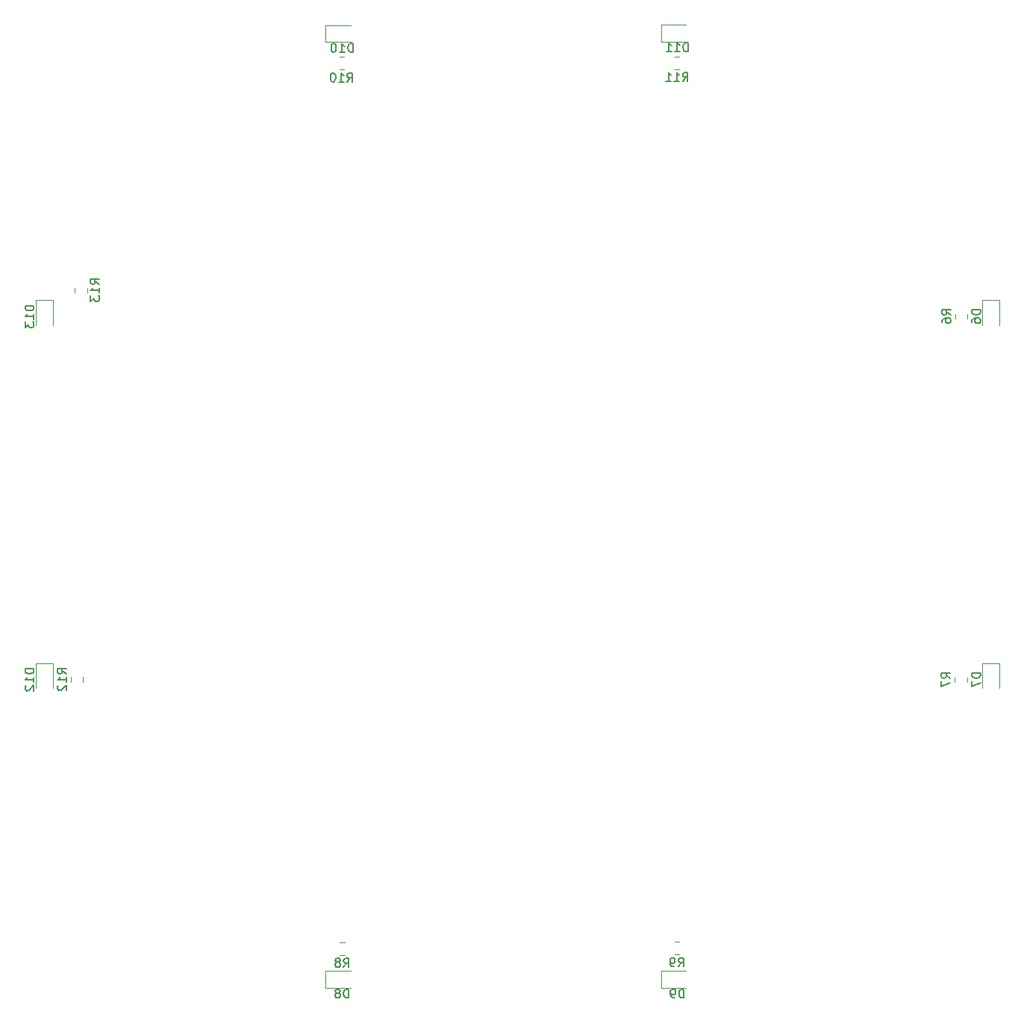
<source format=gbr>
%TF.GenerationSoftware,KiCad,Pcbnew,(5.1.6)-1*%
%TF.CreationDate,2024-05-27T20:35:23-04:00*%
%TF.ProjectId,watercooled-pi-120mm,77617465-7263-46f6-9f6c-65642d70692d,rev?*%
%TF.SameCoordinates,Original*%
%TF.FileFunction,Legend,Bot*%
%TF.FilePolarity,Positive*%
%FSLAX46Y46*%
G04 Gerber Fmt 4.6, Leading zero omitted, Abs format (unit mm)*
G04 Created by KiCad (PCBNEW (5.1.6)-1) date 2024-05-27 20:35:23*
%MOMM*%
%LPD*%
G01*
G04 APERTURE LIST*
%ADD10C,0.120000*%
%ADD11C,0.150000*%
G04 APERTURE END LIST*
D10*
%TO.C,D6*%
X209367000Y-72498500D02*
X209367000Y-75358500D01*
X207447000Y-72498500D02*
X209367000Y-72498500D01*
X207447000Y-75358500D02*
X207447000Y-72498500D01*
%TO.C,D7*%
X207447000Y-116570000D02*
X207447000Y-113710000D01*
X207447000Y-113710000D02*
X209367000Y-113710000D01*
X209367000Y-113710000D02*
X209367000Y-116570000D01*
%TO.C,D8*%
X135801500Y-150566000D02*
X132941500Y-150566000D01*
X132941500Y-150566000D02*
X132941500Y-148646000D01*
X132941500Y-148646000D02*
X135801500Y-148646000D01*
%TO.C,D9*%
X170978000Y-148646000D02*
X173838000Y-148646000D01*
X170978000Y-150566000D02*
X170978000Y-148646000D01*
X173838000Y-150566000D02*
X170978000Y-150566000D01*
%TO.C,D10*%
X135801500Y-43251000D02*
X132941500Y-43251000D01*
X132941500Y-43251000D02*
X132941500Y-41331000D01*
X132941500Y-41331000D02*
X135801500Y-41331000D01*
%TO.C,D11*%
X170978000Y-41267500D02*
X173838000Y-41267500D01*
X170978000Y-43187500D02*
X170978000Y-41267500D01*
X173838000Y-43187500D02*
X170978000Y-43187500D01*
%TO.C,D12*%
X100068500Y-116570000D02*
X100068500Y-113710000D01*
X100068500Y-113710000D02*
X101988500Y-113710000D01*
X101988500Y-113710000D02*
X101988500Y-116570000D01*
%TO.C,D13*%
X101988500Y-72498500D02*
X101988500Y-75358500D01*
X100068500Y-72498500D02*
X101988500Y-72498500D01*
X100068500Y-75358500D02*
X100068500Y-72498500D01*
%TO.C,R6*%
X204331500Y-74088248D02*
X204331500Y-74610752D01*
X205751500Y-74088248D02*
X205751500Y-74610752D01*
%TO.C,R7*%
X205688000Y-115308748D02*
X205688000Y-115831252D01*
X204268000Y-115308748D02*
X204268000Y-115831252D01*
%TO.C,R8*%
X134540248Y-146823500D02*
X135062752Y-146823500D01*
X134540248Y-145403500D02*
X135062752Y-145403500D01*
%TO.C,R9*%
X172522248Y-145340000D02*
X173044752Y-145340000D01*
X172522248Y-146760000D02*
X173044752Y-146760000D01*
%TO.C,R10*%
X134476748Y-46366500D02*
X134999252Y-46366500D01*
X134476748Y-44946500D02*
X134999252Y-44946500D01*
%TO.C,R11*%
X172531248Y-44883000D02*
X173053752Y-44883000D01*
X172531248Y-46303000D02*
X173053752Y-46303000D01*
%TO.C,R12*%
X104001500Y-115299748D02*
X104001500Y-115822252D01*
X105421500Y-115299748D02*
X105421500Y-115822252D01*
%TO.C,R13*%
X104446000Y-71635252D02*
X104446000Y-71112748D01*
X105866000Y-71635252D02*
X105866000Y-71112748D01*
%TO.C,D6*%
D11*
X207209380Y-73620404D02*
X206209380Y-73620404D01*
X206209380Y-73858500D01*
X206257000Y-74001357D01*
X206352238Y-74096595D01*
X206447476Y-74144214D01*
X206637952Y-74191833D01*
X206780809Y-74191833D01*
X206971285Y-74144214D01*
X207066523Y-74096595D01*
X207161761Y-74001357D01*
X207209380Y-73858500D01*
X207209380Y-73620404D01*
X206209380Y-75048976D02*
X206209380Y-74858500D01*
X206257000Y-74763261D01*
X206304619Y-74715642D01*
X206447476Y-74620404D01*
X206637952Y-74572785D01*
X207018904Y-74572785D01*
X207114142Y-74620404D01*
X207161761Y-74668023D01*
X207209380Y-74763261D01*
X207209380Y-74953738D01*
X207161761Y-75048976D01*
X207114142Y-75096595D01*
X207018904Y-75144214D01*
X206780809Y-75144214D01*
X206685571Y-75096595D01*
X206637952Y-75048976D01*
X206590333Y-74953738D01*
X206590333Y-74763261D01*
X206637952Y-74668023D01*
X206685571Y-74620404D01*
X206780809Y-74572785D01*
%TO.C,D7*%
X207209380Y-114831904D02*
X206209380Y-114831904D01*
X206209380Y-115070000D01*
X206257000Y-115212857D01*
X206352238Y-115308095D01*
X206447476Y-115355714D01*
X206637952Y-115403333D01*
X206780809Y-115403333D01*
X206971285Y-115355714D01*
X207066523Y-115308095D01*
X207161761Y-115212857D01*
X207209380Y-115070000D01*
X207209380Y-114831904D01*
X206209380Y-115736666D02*
X206209380Y-116403333D01*
X207209380Y-115974761D01*
%TO.C,D8*%
X135539595Y-151708380D02*
X135539595Y-150708380D01*
X135301500Y-150708380D01*
X135158642Y-150756000D01*
X135063404Y-150851238D01*
X135015785Y-150946476D01*
X134968166Y-151136952D01*
X134968166Y-151279809D01*
X135015785Y-151470285D01*
X135063404Y-151565523D01*
X135158642Y-151660761D01*
X135301500Y-151708380D01*
X135539595Y-151708380D01*
X134396738Y-151136952D02*
X134491976Y-151089333D01*
X134539595Y-151041714D01*
X134587214Y-150946476D01*
X134587214Y-150898857D01*
X134539595Y-150803619D01*
X134491976Y-150756000D01*
X134396738Y-150708380D01*
X134206261Y-150708380D01*
X134111023Y-150756000D01*
X134063404Y-150803619D01*
X134015785Y-150898857D01*
X134015785Y-150946476D01*
X134063404Y-151041714D01*
X134111023Y-151089333D01*
X134206261Y-151136952D01*
X134396738Y-151136952D01*
X134491976Y-151184571D01*
X134539595Y-151232190D01*
X134587214Y-151327428D01*
X134587214Y-151517904D01*
X134539595Y-151613142D01*
X134491976Y-151660761D01*
X134396738Y-151708380D01*
X134206261Y-151708380D01*
X134111023Y-151660761D01*
X134063404Y-151613142D01*
X134015785Y-151517904D01*
X134015785Y-151327428D01*
X134063404Y-151232190D01*
X134111023Y-151184571D01*
X134206261Y-151136952D01*
%TO.C,D9*%
X173576095Y-151708380D02*
X173576095Y-150708380D01*
X173338000Y-150708380D01*
X173195142Y-150756000D01*
X173099904Y-150851238D01*
X173052285Y-150946476D01*
X173004666Y-151136952D01*
X173004666Y-151279809D01*
X173052285Y-151470285D01*
X173099904Y-151565523D01*
X173195142Y-151660761D01*
X173338000Y-151708380D01*
X173576095Y-151708380D01*
X172528476Y-151708380D02*
X172338000Y-151708380D01*
X172242761Y-151660761D01*
X172195142Y-151613142D01*
X172099904Y-151470285D01*
X172052285Y-151279809D01*
X172052285Y-150898857D01*
X172099904Y-150803619D01*
X172147523Y-150756000D01*
X172242761Y-150708380D01*
X172433238Y-150708380D01*
X172528476Y-150756000D01*
X172576095Y-150803619D01*
X172623714Y-150898857D01*
X172623714Y-151136952D01*
X172576095Y-151232190D01*
X172528476Y-151279809D01*
X172433238Y-151327428D01*
X172242761Y-151327428D01*
X172147523Y-151279809D01*
X172099904Y-151232190D01*
X172052285Y-151136952D01*
%TO.C,D10*%
X136015785Y-44393380D02*
X136015785Y-43393380D01*
X135777690Y-43393380D01*
X135634833Y-43441000D01*
X135539595Y-43536238D01*
X135491976Y-43631476D01*
X135444357Y-43821952D01*
X135444357Y-43964809D01*
X135491976Y-44155285D01*
X135539595Y-44250523D01*
X135634833Y-44345761D01*
X135777690Y-44393380D01*
X136015785Y-44393380D01*
X134491976Y-44393380D02*
X135063404Y-44393380D01*
X134777690Y-44393380D02*
X134777690Y-43393380D01*
X134872928Y-43536238D01*
X134968166Y-43631476D01*
X135063404Y-43679095D01*
X133872928Y-43393380D02*
X133777690Y-43393380D01*
X133682452Y-43441000D01*
X133634833Y-43488619D01*
X133587214Y-43583857D01*
X133539595Y-43774333D01*
X133539595Y-44012428D01*
X133587214Y-44202904D01*
X133634833Y-44298142D01*
X133682452Y-44345761D01*
X133777690Y-44393380D01*
X133872928Y-44393380D01*
X133968166Y-44345761D01*
X134015785Y-44298142D01*
X134063404Y-44202904D01*
X134111023Y-44012428D01*
X134111023Y-43774333D01*
X134063404Y-43583857D01*
X134015785Y-43488619D01*
X133968166Y-43441000D01*
X133872928Y-43393380D01*
%TO.C,D11*%
X174052285Y-44329880D02*
X174052285Y-43329880D01*
X173814190Y-43329880D01*
X173671333Y-43377500D01*
X173576095Y-43472738D01*
X173528476Y-43567976D01*
X173480857Y-43758452D01*
X173480857Y-43901309D01*
X173528476Y-44091785D01*
X173576095Y-44187023D01*
X173671333Y-44282261D01*
X173814190Y-44329880D01*
X174052285Y-44329880D01*
X172528476Y-44329880D02*
X173099904Y-44329880D01*
X172814190Y-44329880D02*
X172814190Y-43329880D01*
X172909428Y-43472738D01*
X173004666Y-43567976D01*
X173099904Y-43615595D01*
X171576095Y-44329880D02*
X172147523Y-44329880D01*
X171861809Y-44329880D02*
X171861809Y-43329880D01*
X171957047Y-43472738D01*
X172052285Y-43567976D01*
X172147523Y-43615595D01*
%TO.C,D12*%
X99830880Y-114355714D02*
X98830880Y-114355714D01*
X98830880Y-114593809D01*
X98878500Y-114736666D01*
X98973738Y-114831904D01*
X99068976Y-114879523D01*
X99259452Y-114927142D01*
X99402309Y-114927142D01*
X99592785Y-114879523D01*
X99688023Y-114831904D01*
X99783261Y-114736666D01*
X99830880Y-114593809D01*
X99830880Y-114355714D01*
X99830880Y-115879523D02*
X99830880Y-115308095D01*
X99830880Y-115593809D02*
X98830880Y-115593809D01*
X98973738Y-115498571D01*
X99068976Y-115403333D01*
X99116595Y-115308095D01*
X98926119Y-116260476D02*
X98878500Y-116308095D01*
X98830880Y-116403333D01*
X98830880Y-116641428D01*
X98878500Y-116736666D01*
X98926119Y-116784285D01*
X99021357Y-116831904D01*
X99116595Y-116831904D01*
X99259452Y-116784285D01*
X99830880Y-116212857D01*
X99830880Y-116831904D01*
%TO.C,D13*%
X99830880Y-73144214D02*
X98830880Y-73144214D01*
X98830880Y-73382309D01*
X98878500Y-73525166D01*
X98973738Y-73620404D01*
X99068976Y-73668023D01*
X99259452Y-73715642D01*
X99402309Y-73715642D01*
X99592785Y-73668023D01*
X99688023Y-73620404D01*
X99783261Y-73525166D01*
X99830880Y-73382309D01*
X99830880Y-73144214D01*
X99830880Y-74668023D02*
X99830880Y-74096595D01*
X99830880Y-74382309D02*
X98830880Y-74382309D01*
X98973738Y-74287071D01*
X99068976Y-74191833D01*
X99116595Y-74096595D01*
X98830880Y-75001357D02*
X98830880Y-75620404D01*
X99211833Y-75287071D01*
X99211833Y-75429928D01*
X99259452Y-75525166D01*
X99307071Y-75572785D01*
X99402309Y-75620404D01*
X99640404Y-75620404D01*
X99735642Y-75572785D01*
X99783261Y-75525166D01*
X99830880Y-75429928D01*
X99830880Y-75144214D01*
X99783261Y-75048976D01*
X99735642Y-75001357D01*
%TO.C,R6*%
X203843880Y-74182833D02*
X203367690Y-73849500D01*
X203843880Y-73611404D02*
X202843880Y-73611404D01*
X202843880Y-73992357D01*
X202891500Y-74087595D01*
X202939119Y-74135214D01*
X203034357Y-74182833D01*
X203177214Y-74182833D01*
X203272452Y-74135214D01*
X203320071Y-74087595D01*
X203367690Y-73992357D01*
X203367690Y-73611404D01*
X202843880Y-75039976D02*
X202843880Y-74849500D01*
X202891500Y-74754261D01*
X202939119Y-74706642D01*
X203081976Y-74611404D01*
X203272452Y-74563785D01*
X203653404Y-74563785D01*
X203748642Y-74611404D01*
X203796261Y-74659023D01*
X203843880Y-74754261D01*
X203843880Y-74944738D01*
X203796261Y-75039976D01*
X203748642Y-75087595D01*
X203653404Y-75135214D01*
X203415309Y-75135214D01*
X203320071Y-75087595D01*
X203272452Y-75039976D01*
X203224833Y-74944738D01*
X203224833Y-74754261D01*
X203272452Y-74659023D01*
X203320071Y-74611404D01*
X203415309Y-74563785D01*
%TO.C,R7*%
X203780380Y-115403333D02*
X203304190Y-115070000D01*
X203780380Y-114831904D02*
X202780380Y-114831904D01*
X202780380Y-115212857D01*
X202828000Y-115308095D01*
X202875619Y-115355714D01*
X202970857Y-115403333D01*
X203113714Y-115403333D01*
X203208952Y-115355714D01*
X203256571Y-115308095D01*
X203304190Y-115212857D01*
X203304190Y-114831904D01*
X202780380Y-115736666D02*
X202780380Y-116403333D01*
X203780380Y-115974761D01*
%TO.C,R8*%
X134968166Y-148215880D02*
X135301500Y-147739690D01*
X135539595Y-148215880D02*
X135539595Y-147215880D01*
X135158642Y-147215880D01*
X135063404Y-147263500D01*
X135015785Y-147311119D01*
X134968166Y-147406357D01*
X134968166Y-147549214D01*
X135015785Y-147644452D01*
X135063404Y-147692071D01*
X135158642Y-147739690D01*
X135539595Y-147739690D01*
X134396738Y-147644452D02*
X134491976Y-147596833D01*
X134539595Y-147549214D01*
X134587214Y-147453976D01*
X134587214Y-147406357D01*
X134539595Y-147311119D01*
X134491976Y-147263500D01*
X134396738Y-147215880D01*
X134206261Y-147215880D01*
X134111023Y-147263500D01*
X134063404Y-147311119D01*
X134015785Y-147406357D01*
X134015785Y-147453976D01*
X134063404Y-147549214D01*
X134111023Y-147596833D01*
X134206261Y-147644452D01*
X134396738Y-147644452D01*
X134491976Y-147692071D01*
X134539595Y-147739690D01*
X134587214Y-147834928D01*
X134587214Y-148025404D01*
X134539595Y-148120642D01*
X134491976Y-148168261D01*
X134396738Y-148215880D01*
X134206261Y-148215880D01*
X134111023Y-148168261D01*
X134063404Y-148120642D01*
X134015785Y-148025404D01*
X134015785Y-147834928D01*
X134063404Y-147739690D01*
X134111023Y-147692071D01*
X134206261Y-147644452D01*
%TO.C,R9*%
X172950166Y-148152380D02*
X173283500Y-147676190D01*
X173521595Y-148152380D02*
X173521595Y-147152380D01*
X173140642Y-147152380D01*
X173045404Y-147200000D01*
X172997785Y-147247619D01*
X172950166Y-147342857D01*
X172950166Y-147485714D01*
X172997785Y-147580952D01*
X173045404Y-147628571D01*
X173140642Y-147676190D01*
X173521595Y-147676190D01*
X172473976Y-148152380D02*
X172283500Y-148152380D01*
X172188261Y-148104761D01*
X172140642Y-148057142D01*
X172045404Y-147914285D01*
X171997785Y-147723809D01*
X171997785Y-147342857D01*
X172045404Y-147247619D01*
X172093023Y-147200000D01*
X172188261Y-147152380D01*
X172378738Y-147152380D01*
X172473976Y-147200000D01*
X172521595Y-147247619D01*
X172569214Y-147342857D01*
X172569214Y-147580952D01*
X172521595Y-147676190D01*
X172473976Y-147723809D01*
X172378738Y-147771428D01*
X172188261Y-147771428D01*
X172093023Y-147723809D01*
X172045404Y-147676190D01*
X171997785Y-147580952D01*
%TO.C,R10*%
X135380857Y-47758880D02*
X135714190Y-47282690D01*
X135952285Y-47758880D02*
X135952285Y-46758880D01*
X135571333Y-46758880D01*
X135476095Y-46806500D01*
X135428476Y-46854119D01*
X135380857Y-46949357D01*
X135380857Y-47092214D01*
X135428476Y-47187452D01*
X135476095Y-47235071D01*
X135571333Y-47282690D01*
X135952285Y-47282690D01*
X134428476Y-47758880D02*
X134999904Y-47758880D01*
X134714190Y-47758880D02*
X134714190Y-46758880D01*
X134809428Y-46901738D01*
X134904666Y-46996976D01*
X134999904Y-47044595D01*
X133809428Y-46758880D02*
X133714190Y-46758880D01*
X133618952Y-46806500D01*
X133571333Y-46854119D01*
X133523714Y-46949357D01*
X133476095Y-47139833D01*
X133476095Y-47377928D01*
X133523714Y-47568404D01*
X133571333Y-47663642D01*
X133618952Y-47711261D01*
X133714190Y-47758880D01*
X133809428Y-47758880D01*
X133904666Y-47711261D01*
X133952285Y-47663642D01*
X133999904Y-47568404D01*
X134047523Y-47377928D01*
X134047523Y-47139833D01*
X133999904Y-46949357D01*
X133952285Y-46854119D01*
X133904666Y-46806500D01*
X133809428Y-46758880D01*
%TO.C,R11*%
X173435357Y-47695380D02*
X173768690Y-47219190D01*
X174006785Y-47695380D02*
X174006785Y-46695380D01*
X173625833Y-46695380D01*
X173530595Y-46743000D01*
X173482976Y-46790619D01*
X173435357Y-46885857D01*
X173435357Y-47028714D01*
X173482976Y-47123952D01*
X173530595Y-47171571D01*
X173625833Y-47219190D01*
X174006785Y-47219190D01*
X172482976Y-47695380D02*
X173054404Y-47695380D01*
X172768690Y-47695380D02*
X172768690Y-46695380D01*
X172863928Y-46838238D01*
X172959166Y-46933476D01*
X173054404Y-46981095D01*
X171530595Y-47695380D02*
X172102023Y-47695380D01*
X171816309Y-47695380D02*
X171816309Y-46695380D01*
X171911547Y-46838238D01*
X172006785Y-46933476D01*
X172102023Y-46981095D01*
%TO.C,R12*%
X103513880Y-114918142D02*
X103037690Y-114584809D01*
X103513880Y-114346714D02*
X102513880Y-114346714D01*
X102513880Y-114727666D01*
X102561500Y-114822904D01*
X102609119Y-114870523D01*
X102704357Y-114918142D01*
X102847214Y-114918142D01*
X102942452Y-114870523D01*
X102990071Y-114822904D01*
X103037690Y-114727666D01*
X103037690Y-114346714D01*
X103513880Y-115870523D02*
X103513880Y-115299095D01*
X103513880Y-115584809D02*
X102513880Y-115584809D01*
X102656738Y-115489571D01*
X102751976Y-115394333D01*
X102799595Y-115299095D01*
X102609119Y-116251476D02*
X102561500Y-116299095D01*
X102513880Y-116394333D01*
X102513880Y-116632428D01*
X102561500Y-116727666D01*
X102609119Y-116775285D01*
X102704357Y-116822904D01*
X102799595Y-116822904D01*
X102942452Y-116775285D01*
X103513880Y-116203857D01*
X103513880Y-116822904D01*
%TO.C,R13*%
X107258380Y-70731142D02*
X106782190Y-70397809D01*
X107258380Y-70159714D02*
X106258380Y-70159714D01*
X106258380Y-70540666D01*
X106306000Y-70635904D01*
X106353619Y-70683523D01*
X106448857Y-70731142D01*
X106591714Y-70731142D01*
X106686952Y-70683523D01*
X106734571Y-70635904D01*
X106782190Y-70540666D01*
X106782190Y-70159714D01*
X107258380Y-71683523D02*
X107258380Y-71112095D01*
X107258380Y-71397809D02*
X106258380Y-71397809D01*
X106401238Y-71302571D01*
X106496476Y-71207333D01*
X106544095Y-71112095D01*
X106258380Y-72016857D02*
X106258380Y-72635904D01*
X106639333Y-72302571D01*
X106639333Y-72445428D01*
X106686952Y-72540666D01*
X106734571Y-72588285D01*
X106829809Y-72635904D01*
X107067904Y-72635904D01*
X107163142Y-72588285D01*
X107210761Y-72540666D01*
X107258380Y-72445428D01*
X107258380Y-72159714D01*
X107210761Y-72064476D01*
X107163142Y-72016857D01*
%TD*%
M02*

</source>
